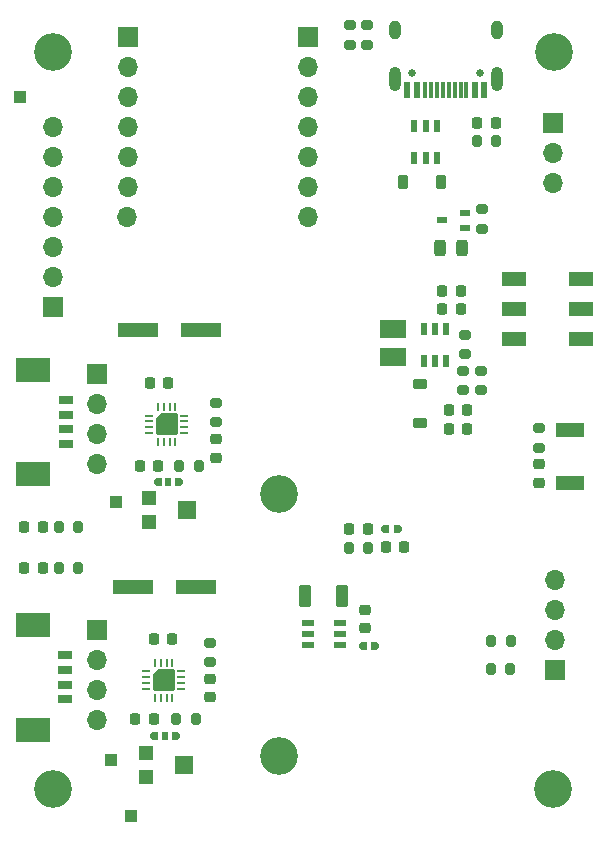
<source format=gts>
%TF.GenerationSoftware,KiCad,Pcbnew,7.0.10-7.0.10~ubuntu22.04.1*%
%TF.CreationDate,2024-02-19T22:46:55+08:00*%
%TF.ProjectId,motor-controller-pcb,6d6f746f-722d-4636-9f6e-74726f6c6c65,2.1b1*%
%TF.SameCoordinates,Original*%
%TF.FileFunction,Soldermask,Top*%
%TF.FilePolarity,Negative*%
%FSLAX46Y46*%
G04 Gerber Fmt 4.6, Leading zero omitted, Abs format (unit mm)*
G04 Created by KiCad (PCBNEW 7.0.10-7.0.10~ubuntu22.04.1) date 2024-02-19 22:46:55*
%MOMM*%
%LPD*%
G01*
G04 APERTURE LIST*
G04 Aperture macros list*
%AMRoundRect*
0 Rectangle with rounded corners*
0 $1 Rounding radius*
0 $2 $3 $4 $5 $6 $7 $8 $9 X,Y pos of 4 corners*
0 Add a 4 corners polygon primitive as box body*
4,1,4,$2,$3,$4,$5,$6,$7,$8,$9,$2,$3,0*
0 Add four circle primitives for the rounded corners*
1,1,$1+$1,$2,$3*
1,1,$1+$1,$4,$5*
1,1,$1+$1,$6,$7*
1,1,$1+$1,$8,$9*
0 Add four rect primitives between the rounded corners*
20,1,$1+$1,$2,$3,$4,$5,0*
20,1,$1+$1,$4,$5,$6,$7,0*
20,1,$1+$1,$6,$7,$8,$9,0*
20,1,$1+$1,$8,$9,$2,$3,0*%
%AMFreePoly0*
4,1,14,0.350000,-0.350000,0.000000,-0.350000,-0.108156,-0.332870,-0.205725,-0.283156,-0.283156,-0.205725,-0.332870,-0.108156,-0.350000,0.000000,-0.332870,0.108156,-0.283156,0.205725,-0.205725,0.283156,-0.108156,0.332870,0.000000,0.350000,0.350000,0.350000,0.350000,-0.350000,0.350000,-0.350000,$1*%
%AMFreePoly1*
4,1,14,0.885355,0.885355,0.900000,0.850000,0.900000,-0.850000,0.885355,-0.885355,0.850000,-0.900000,-0.500000,-0.900000,-0.535355,-0.885356,-0.885355,-0.535355,-0.900000,-0.500000,-0.900000,0.850000,-0.885355,0.885355,-0.850000,0.900000,0.850000,0.900000,0.885355,0.885355,0.885355,0.885355,$1*%
G04 Aperture macros list end*
%ADD10RoundRect,0.218750X-0.218750X-0.256250X0.218750X-0.256250X0.218750X0.256250X-0.218750X0.256250X0*%
%ADD11FreePoly0,0.000000*%
%ADD12FreePoly0,180.000000*%
%ADD13R,1.100000X0.600000*%
%ADD14R,1.000000X1.000000*%
%ADD15RoundRect,0.200000X-0.275000X0.200000X-0.275000X-0.200000X0.275000X-0.200000X0.275000X0.200000X0*%
%ADD16RoundRect,0.200000X-0.200000X-0.275000X0.200000X-0.275000X0.200000X0.275000X-0.200000X0.275000X0*%
%ADD17RoundRect,0.200000X0.200000X0.275000X-0.200000X0.275000X-0.200000X-0.275000X0.200000X-0.275000X0*%
%ADD18RoundRect,0.200000X0.275000X-0.200000X0.275000X0.200000X-0.275000X0.200000X-0.275000X-0.200000X0*%
%ADD19RoundRect,0.250000X-0.275000X-0.700000X0.275000X-0.700000X0.275000X0.700000X-0.275000X0.700000X0*%
%ADD20RoundRect,0.225000X-0.250000X0.225000X-0.250000X-0.225000X0.250000X-0.225000X0.250000X0.225000X0*%
%ADD21RoundRect,0.225000X-0.225000X-0.250000X0.225000X-0.250000X0.225000X0.250000X-0.225000X0.250000X0*%
%ADD22R,2.000000X1.200000*%
%ADD23R,1.300000X0.800000*%
%ADD24R,3.000000X2.100000*%
%ADD25R,1.700000X1.700000*%
%ADD26O,1.700000X1.700000*%
%ADD27RoundRect,0.225000X0.225000X0.250000X-0.225000X0.250000X-0.225000X-0.250000X0.225000X-0.250000X0*%
%ADD28R,0.800000X0.280000*%
%ADD29R,0.280000X0.800000*%
%ADD30FreePoly1,270.000000*%
%ADD31C,3.200000*%
%ADD32R,2.400000X1.300000*%
%ADD33R,0.500000X0.700000*%
%ADD34R,1.200000X1.200000*%
%ADD35R,1.500000X1.600000*%
%ADD36R,3.500000X1.200000*%
%ADD37C,0.650000*%
%ADD38R,0.600000X1.450000*%
%ADD39R,0.300000X1.450000*%
%ADD40O,1.000000X2.100000*%
%ADD41O,1.000000X1.600000*%
%ADD42R,0.600000X1.100000*%
%ADD43RoundRect,0.225000X0.375000X-0.225000X0.375000X0.225000X-0.375000X0.225000X-0.375000X-0.225000X0*%
%ADD44R,0.920000X0.520000*%
%ADD45R,2.160000X1.630000*%
%ADD46RoundRect,0.225000X-0.225000X-0.375000X0.225000X-0.375000X0.225000X0.375000X-0.225000X0.375000X0*%
%ADD47RoundRect,0.225000X0.250000X-0.225000X0.250000X0.225000X-0.250000X0.225000X-0.250000X-0.225000X0*%
%ADD48RoundRect,0.243750X-0.243750X-0.456250X0.243750X-0.456250X0.243750X0.456250X-0.243750X0.456250X0*%
G04 APERTURE END LIST*
D10*
%TO.C,L1*%
X133018700Y-103797800D03*
X134593700Y-103797800D03*
%TD*%
D11*
%TO.C,JP2*%
X134171200Y-113680000D03*
D12*
X135230000Y-113690000D03*
%TD*%
D11*
%TO.C,JP1*%
X136061200Y-103770000D03*
D12*
X137120000Y-103780000D03*
%TD*%
D13*
%TO.C,U1*%
X132220000Y-111730000D03*
X132220000Y-112680000D03*
X132220000Y-113630000D03*
X129520000Y-113630000D03*
X129520000Y-112680000D03*
X129520000Y-111730000D03*
%TD*%
D14*
%TO.C,TP4*%
X112850000Y-123300000D03*
%TD*%
%TO.C,TP2*%
X105180000Y-67160000D03*
%TD*%
%TO.C,TP1*%
X113280000Y-101480000D03*
%TD*%
D15*
%TO.C,R8*%
X144275000Y-76712500D03*
X144275000Y-78362500D03*
%TD*%
D16*
%TO.C,R5*%
X145012500Y-115660000D03*
X146662500Y-115660000D03*
%TD*%
D17*
%TO.C,R4*%
X146682500Y-113230000D03*
X145032500Y-113230000D03*
%TD*%
D18*
%TO.C,R3*%
X134560000Y-62797500D03*
X134560000Y-61147500D03*
%TD*%
D15*
%TO.C,R2*%
X133050000Y-61142500D03*
X133050000Y-62792500D03*
%TD*%
D16*
%TO.C,R1*%
X132970000Y-105370000D03*
X134620000Y-105370000D03*
%TD*%
D19*
%TO.C,FB1*%
X129300000Y-109480000D03*
X132450000Y-109480000D03*
%TD*%
D20*
%TO.C,C2*%
X134320000Y-110650000D03*
X134320000Y-112200000D03*
%TD*%
D21*
%TO.C,C1*%
X136110000Y-105340000D03*
X137660000Y-105340000D03*
%TD*%
D22*
%TO.C,SW1*%
X152650000Y-82650000D03*
X152650000Y-85150000D03*
X152650000Y-87650000D03*
X146950000Y-82650000D03*
X146950000Y-85150000D03*
X146950000Y-87650000D03*
%TD*%
D23*
%TO.C,J3*%
X109020000Y-92850000D03*
X109020000Y-94110000D03*
X109020000Y-95350000D03*
X109020000Y-96600000D03*
D24*
X106280000Y-99160000D03*
X106280000Y-90300000D03*
%TD*%
D25*
%TO.C,J5*%
X150270000Y-69420000D03*
D26*
X150270000Y-71960000D03*
X150270000Y-74500000D03*
%TD*%
D27*
%TO.C,C9*%
X142450000Y-85120000D03*
X140900000Y-85120000D03*
%TD*%
D16*
%TO.C,R7*%
X143835000Y-70930000D03*
X145485000Y-70930000D03*
%TD*%
D28*
%TO.C,U5*%
X115805000Y-115840000D03*
X115805000Y-116340000D03*
X115805000Y-116840000D03*
X115805000Y-117340000D03*
D29*
X116555000Y-118090000D03*
X117055000Y-118090000D03*
X117555000Y-118090000D03*
X118055000Y-118090000D03*
D28*
X118805000Y-117340000D03*
X118805000Y-116840000D03*
X118805000Y-116340000D03*
X118805000Y-115840000D03*
D29*
X118055000Y-115090000D03*
X117555000Y-115090000D03*
X117055000Y-115090000D03*
X116555000Y-115090000D03*
D30*
X117305000Y-116590000D03*
%TD*%
D31*
%TO.C,H5*%
X127060000Y-100780000D03*
%TD*%
D18*
%TO.C,R15*%
X142670000Y-92010000D03*
X142670000Y-90360000D03*
%TD*%
D23*
%TO.C,J7*%
X108990000Y-114460000D03*
X108990000Y-115720000D03*
X108990000Y-116960000D03*
X108990000Y-118210000D03*
D24*
X106250000Y-120770000D03*
X106250000Y-111910000D03*
%TD*%
D14*
%TO.C,TP3*%
X114580000Y-128080000D03*
%TD*%
D32*
%TO.C,SW2*%
X151710000Y-95370000D03*
X151710000Y-99870000D03*
%TD*%
D21*
%TO.C,C8*%
X140910000Y-83600000D03*
X142460000Y-83600000D03*
%TD*%
D11*
%TO.C,JP3*%
X116799200Y-99790000D03*
D33*
X117705600Y-99795200D03*
D12*
X118620000Y-99800000D03*
%TD*%
D34*
%TO.C,RV1*%
X116070000Y-101170000D03*
D35*
X119310000Y-102170000D03*
D34*
X116070000Y-103170000D03*
%TD*%
D21*
%TO.C,C3*%
X143870000Y-69370000D03*
X145420000Y-69370000D03*
%TD*%
D36*
%TO.C,C16*%
X120025000Y-108700000D03*
X114685000Y-108700000D03*
%TD*%
D20*
%TO.C,C4*%
X121740000Y-96190000D03*
X121740000Y-97740000D03*
%TD*%
%TO.C,C11*%
X121225000Y-116470000D03*
X121225000Y-118020000D03*
%TD*%
D37*
%TO.C,J1*%
X144090000Y-65140000D03*
X138310000Y-65140000D03*
D38*
X144450000Y-66585000D03*
X143650000Y-66585000D03*
D39*
X142450000Y-66585000D03*
X141450000Y-66585000D03*
X140950000Y-66585000D03*
X139950000Y-66585000D03*
D38*
X138750000Y-66585000D03*
X137950000Y-66585000D03*
X137950000Y-66585000D03*
X138750000Y-66585000D03*
D39*
X139450000Y-66585000D03*
X140450000Y-66585000D03*
X141950000Y-66585000D03*
X142950000Y-66585000D03*
D38*
X143650000Y-66585000D03*
X144450000Y-66585000D03*
D40*
X145520000Y-65670000D03*
D41*
X145520000Y-61490000D03*
D40*
X136880000Y-65670000D03*
D41*
X136880000Y-61490000D03*
%TD*%
D25*
%TO.C,J2*%
X150420000Y-115710000D03*
D26*
X150420000Y-113170000D03*
X150420000Y-110630000D03*
X150420000Y-108090000D03*
%TD*%
D25*
%TO.C,U4*%
X114290000Y-62120000D03*
D26*
X114290000Y-64660000D03*
X114290000Y-67200000D03*
X114290000Y-69740000D03*
X129540000Y-67200000D03*
X114290000Y-72280000D03*
X114290000Y-74820000D03*
D25*
X129540000Y-62120000D03*
D26*
X114250000Y-77370000D03*
X129540000Y-77360000D03*
X129540000Y-74820000D03*
X129540000Y-72280000D03*
X129540000Y-69740000D03*
X129540000Y-64660000D03*
%TD*%
D42*
%TO.C,U3*%
X139320000Y-89532500D03*
X140270000Y-89532500D03*
X141220000Y-89532500D03*
X141220000Y-86832500D03*
X140270000Y-86832500D03*
X139320000Y-86832500D03*
%TD*%
D17*
%TO.C,R10*%
X110085000Y-103590000D03*
X108435000Y-103590000D03*
%TD*%
D10*
%TO.C,D3*%
X105485000Y-107110000D03*
X107060000Y-107110000D03*
%TD*%
D18*
%TO.C,R12*%
X142790000Y-88980000D03*
X142790000Y-87330000D03*
%TD*%
D21*
%TO.C,C13*%
X141450000Y-95270000D03*
X143000000Y-95270000D03*
%TD*%
D43*
%TO.C,D4*%
X139050000Y-94820000D03*
X139050000Y-91520000D03*
%TD*%
D31*
%TO.C,H3*%
X107950000Y-125760000D03*
%TD*%
D44*
%TO.C,Q2*%
X142815000Y-78300000D03*
X142815000Y-77000000D03*
X140915000Y-77650000D03*
%TD*%
D45*
%TO.C,L2*%
X136760000Y-86850000D03*
X136760000Y-89190000D03*
%TD*%
D46*
%TO.C,D1*%
X137535000Y-74415000D03*
X140835000Y-74415000D03*
%TD*%
D27*
%TO.C,C14*%
X143000000Y-93730000D03*
X141450000Y-93730000D03*
%TD*%
D28*
%TO.C,U2*%
X116060000Y-94170000D03*
X116060000Y-94670000D03*
X116060000Y-95170000D03*
X116060000Y-95670000D03*
D29*
X116810000Y-96420000D03*
X117310000Y-96420000D03*
X117810000Y-96420000D03*
X118310000Y-96420000D03*
D28*
X119060000Y-95670000D03*
X119060000Y-95170000D03*
X119060000Y-94670000D03*
X119060000Y-94170000D03*
D29*
X118310000Y-93420000D03*
X117810000Y-93420000D03*
X117310000Y-93420000D03*
X116810000Y-93420000D03*
D30*
X117560000Y-94920000D03*
%TD*%
D31*
%TO.C,H1*%
X150328000Y-63385000D03*
%TD*%
%TO.C,H4*%
X150290000Y-125780000D03*
%TD*%
D17*
%TO.C,R11*%
X110065000Y-107110000D03*
X108415000Y-107110000D03*
%TD*%
D25*
%TO.C,J6*%
X107940000Y-85010000D03*
D26*
X107940000Y-82470000D03*
X107940000Y-79930000D03*
X107940000Y-77390000D03*
X107940000Y-74850000D03*
X107940000Y-72310000D03*
X107940000Y-69770000D03*
%TD*%
D47*
%TO.C,C10*%
X149120000Y-99860000D03*
X149120000Y-98310000D03*
%TD*%
D27*
%TO.C,C15*%
X118025000Y-113100000D03*
X116475000Y-113100000D03*
%TD*%
D18*
%TO.C,R13*%
X149130000Y-96910000D03*
X149130000Y-95260000D03*
%TD*%
D42*
%TO.C,Q1*%
X138535000Y-72375000D03*
X139485000Y-72375000D03*
X140435000Y-72375000D03*
X140435000Y-69675000D03*
X139485000Y-69675000D03*
X138535000Y-69675000D03*
%TD*%
D27*
%TO.C,C6*%
X117680000Y-91390000D03*
X116130000Y-91390000D03*
%TD*%
D15*
%TO.C,R6*%
X121740000Y-93100000D03*
X121740000Y-94750000D03*
%TD*%
D17*
%TO.C,R17*%
X120045000Y-119850000D03*
X118395000Y-119850000D03*
%TD*%
D31*
%TO.C,H6*%
X127040000Y-123020000D03*
%TD*%
%TO.C,H2*%
X107948000Y-63385000D03*
%TD*%
D25*
%TO.C,J4*%
X111690000Y-90680000D03*
D26*
X111690000Y-93220000D03*
X111690000Y-95760000D03*
X111690000Y-98300000D03*
%TD*%
D25*
%TO.C,J8*%
X111655000Y-112310000D03*
D26*
X111655000Y-114850000D03*
X111655000Y-117390000D03*
X111655000Y-119930000D03*
%TD*%
D36*
%TO.C,C7*%
X120460000Y-86940000D03*
X115120000Y-86940000D03*
%TD*%
D27*
%TO.C,C5*%
X116860000Y-98440000D03*
X115310000Y-98440000D03*
%TD*%
D15*
%TO.C,R14*%
X121255000Y-113400000D03*
X121255000Y-115050000D03*
%TD*%
D11*
%TO.C,JP4*%
X116519200Y-121320000D03*
D33*
X117425600Y-121325200D03*
D12*
X118340000Y-121330000D03*
%TD*%
D27*
%TO.C,C12*%
X116455000Y-119850000D03*
X114905000Y-119850000D03*
%TD*%
D10*
%TO.C,D2*%
X105497500Y-103590000D03*
X107072500Y-103590000D03*
%TD*%
D34*
%TO.C,RV2*%
X115810000Y-122770000D03*
D35*
X119050000Y-123770000D03*
D34*
X115810000Y-124770000D03*
%TD*%
D48*
%TO.C,F1*%
X140670000Y-80010000D03*
X142545000Y-80010000D03*
%TD*%
D17*
%TO.C,R9*%
X120280000Y-98460000D03*
X118630000Y-98460000D03*
%TD*%
D15*
%TO.C,R16*%
X144170000Y-90360000D03*
X144170000Y-92010000D03*
%TD*%
M02*

</source>
